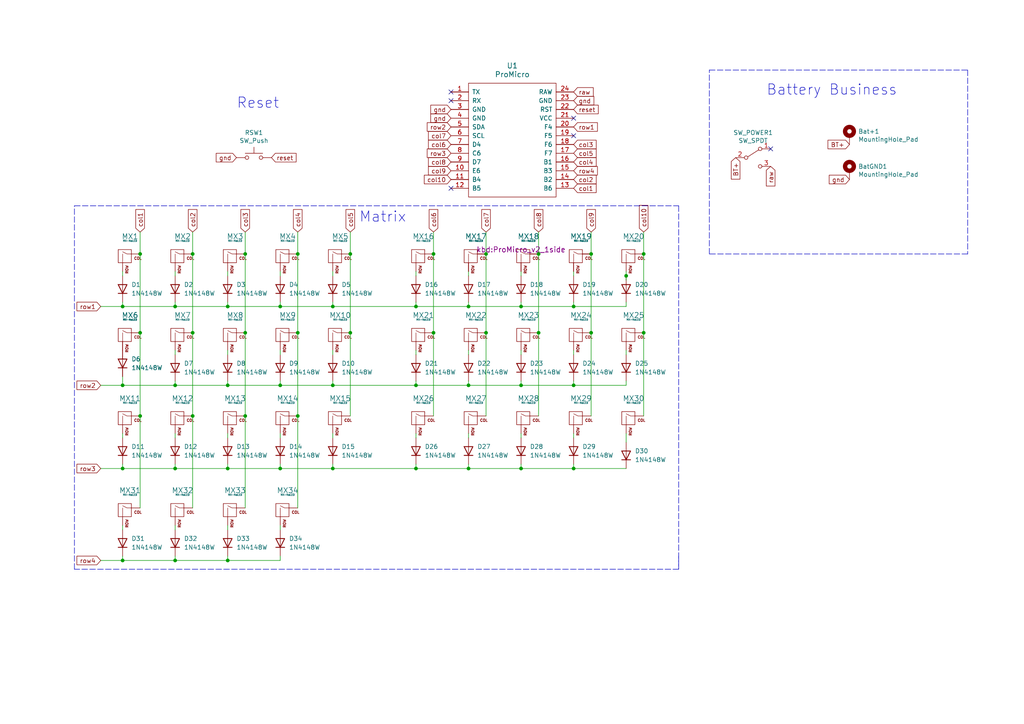
<source format=kicad_sch>
(kicad_sch (version 20211123) (generator eeschema)
  (paper "A4")
  (title_block (title "Sweep^2") (date "2022-06-20") (rev "0.2"))
  (lib_symbols
    (symbol "Diode:1N4148W" (pin_numbers hide) (pin_names (offset 1.016) hide)
      (property "Reference" "D" (at 0 2.54 0))
      (property "Value" "1N4148W" (at 0 -2.54 0))
      (symbol "1N4148W_0_1"
        (polyline (pts (xy -1.27 1.27) (xy -1.27 -1.27)) (stroke (width 0.254)))
        (polyline (pts (xy 1.27 0) (xy -1.27 0)))
        (polyline (pts (xy 1.27 1.27) (xy 1.27 -1.27) (xy -1.27 0) (xy 1.27 1.27)) (stroke (width 0.254)))
      )
      (symbol "1N4148W_1_1"
        (pin passive line (at -3.81 0 0) (length 2.54) (name "K") (number "1"))
        (pin passive line (at 3.81 0 180) (length 2.54) (name "A") (number "2"))
      )
    )
    (symbol "MX_Alps_Hybrid:MX-NoLED" (pin_names (offset 1.016))
      (property "Reference" "MX" (at -0.635 3.81 0))
      (property "Value" "MX-NoLED" (at -0.635 1.27 0))
      (symbol "MX-NoLED_0_0"
        (rectangle (start -2.54 2.54) (end 1.27 -1.27))
        (polyline (pts (xy -1.27 -1.27) (xy -1.27 1.27)) (stroke (width 0.127)))
        (polyline (pts (xy 1.27 1.27) (xy 0 1.27) (xy -1.27 1.905)) (stroke (width 0.127)))
        (text "COL" (at 3.175 0 0) (effects (font (size 0.762 0.762))))
        (text "ROW" (at 0 -1.905 900) (effects (font (size 0.762 0.762)) (justify right)))
      )
      (symbol "MX-NoLED_1_1"
        (pin passive line (at 3.81 1.27 180) (length 2.54) (name "COL") (number "1"))
        (pin passive line (at -1.27 -3.81 90) (length 2.54) (name "ROW") (number "2"))
      )
    )
    (symbol "Mechanical:MountingHole_Pad" (pin_numbers hide) (pin_names (offset 1.016) hide)
      (property "Reference" "H" (at 0 6.35 0))
      (property "Value" "MountingHole_Pad" (at 0 4.445 0))
      (symbol "MountingHole_Pad_0_1"
        (circle (center 0 1.27) (radius 1.27) (stroke (width 1.27)))
      )
      (symbol "MountingHole_Pad_1_1"
        (pin input line (at 0 -2.54 90) (length 2.54) (name "1") (number "1"))
      )
    )
    (symbol "Switch:SW_Push" (pin_numbers hide) (pin_names (offset 1.016) hide)
      (property "Reference" "SW" (at 1.27 2.54 0))
      (property "Value" "SW_Push" (at 0 -1.524 0))
      (symbol "SW_Push_0_1"
        (circle (center -2.032 0) (radius 0.508))
        (polyline (pts (xy 0 1.27) (xy 0 3.048)))
        (polyline (pts (xy 2.54 1.27) (xy -2.54 1.27)))
        (circle (center 2.032 0) (radius 0.508))
        (pin passive line (at -5.08 0 0) (length 2.54) (name "1") (number "1"))
        (pin passive line (at 5.08 0 180) (length 2.54) (name "2") (number "2"))
      )
    )
    (symbol "Switch:SW_SPDT" (pin_names (offset 0) hide)
      (property "Reference" "SW" (at 0 4.318 0))
      (property "Value" "SW_SPDT" (at 0 -5.08 0))
      (symbol "SW_SPDT_0_0"
        (circle (center -2.032 0) (radius 0.508))
        (circle (center 2.032 -2.54) (radius 0.508))
      )
      (symbol "SW_SPDT_0_1"
        (polyline (pts (xy -1.524 0.254) (xy 1.651 2.286)))
        (circle (center 2.032 2.54) (radius 0.508))
      )
      (symbol "SW_SPDT_1_1"
        (pin passive line (at 5.08 2.54 180) (length 2.54) (name "A") (number "1"))
        (pin passive line (at -5.08 0 0) (length 2.54) (name "B") (number "2"))
        (pin passive line (at 5.08 -2.54 180) (length 2.54) (name "C") (number "3"))
      )
    )
    (symbol "promicro:ProMicro" (pin_names (offset 1.016))
      (property "Reference" "U" (at 0 24.13 0))
      (property "Value" "ProMicro" (at 0 -13.97 0))
      (symbol "ProMicro_0_1"
        (rectangle (start -12.7 21.59) (end 12.7 -11.43))
      )
      (symbol "ProMicro_1_1"
        (pin bidirectional line (at -17.78 19.05 0) (length 5.08) (name "TX") (number "1"))
        (pin bidirectional line (at -17.78 -3.81 0) (length 5.08) (name "E6") (number "10"))
        (pin bidirectional line (at -17.78 -6.35 0) (length 5.08) (name "B4") (number "11"))
        (pin bidirectional line (at -17.78 -8.89 0) (length 5.08) (name "B5") (number "12"))
        (pin bidirectional line (at 17.78 -8.89 180) (length 5.08) (name "B6") (number "13"))
        (pin bidirectional line (at 17.78 -6.35 180) (length 5.08) (name "B2") (number "14"))
        (pin bidirectional line (at 17.78 -3.81 180) (length 5.08) (name "B3") (number "15"))
        (pin bidirectional line (at 17.78 -1.27 180) (length 5.08) (name "B1") (number "16"))
        (pin bidirectional line (at 17.78 1.27 180) (length 5.08) (name "F7") (number "17"))
        (pin bidirectional line (at 17.78 3.81 180) (length 5.08) (name "F6") (number "18"))
        (pin bidirectional line (at 17.78 6.35 180) (length 5.08) (name "F5") (number "19"))
        (pin bidirectional line (at -17.78 16.51 0) (length 5.08) (name "RX") (number "2"))
        (pin bidirectional line (at 17.78 8.89 180) (length 5.08) (name "F4") (number "20"))
        (pin power_in line (at 17.78 11.43 180) (length 5.08) (name "VCC") (number "21"))
        (pin input line (at 17.78 13.97 180) (length 5.08) (name "RST") (number "22"))
        (pin power_in line (at 17.78 16.51 180) (length 5.08) (name "GND") (number "23"))
        (pin power_out line (at 17.78 19.05 180) (length 5.08) (name "RAW") (number "24"))
        (pin power_in line (at -17.78 13.97 0) (length 5.08) (name "GND") (number "3"))
        (pin power_in line (at -17.78 11.43 0) (length 5.08) (name "GND") (number "4"))
        (pin bidirectional line (at -17.78 8.89 0) (length 5.08) (name "SDA") (number "5"))
        (pin bidirectional line (at -17.78 6.35 0) (length 5.08) (name "SCL") (number "6"))
        (pin bidirectional line (at -17.78 3.81 0) (length 5.08) (name "D4") (number "7"))
        (pin bidirectional line (at -17.78 1.27 0) (length 5.08) (name "C6") (number "8"))
        (pin bidirectional line (at -17.78 -1.27 0) (length 5.08) (name "D7") (number "9"))
      )
    )
  )
  (junction (at 120.65 88.9))
  (junction (at 101.6 96.52))
  (junction (at 171.45 96.52))
  (junction (at 125.73 96.52))
  (junction (at 135.89 88.9))
  (junction (at 96.52 88.9))
  (junction (at 40.64 120.65))
  (junction (at 71.12 96.52))
  (junction (at 186.69 73.66))
  (junction (at 66.04 135.89))
  (junction (at 40.64 96.52))
  (junction (at 181.61 80.01))
  (junction (at 151.13 111.76))
  (junction (at 50.8 162.56))
  (junction (at 55.88 96.52))
  (junction (at 120.65 111.76))
  (junction (at 186.69 96.52))
  (junction (at 50.8 135.89))
  (junction (at 50.8 111.76))
  (junction (at 81.28 111.76))
  (junction (at 125.73 73.66))
  (junction (at 86.36 120.65))
  (junction (at 135.89 111.76))
  (junction (at 66.04 111.76))
  (junction (at 55.88 73.66))
  (junction (at 71.12 120.65))
  (junction (at 135.89 135.89))
  (junction (at 35.56 162.56))
  (junction (at 166.37 88.9))
  (junction (at 35.56 111.76))
  (junction (at 96.52 135.89))
  (junction (at 71.12 73.66))
  (junction (at 166.37 111.76))
  (junction (at 140.97 96.52))
  (junction (at 81.28 88.9))
  (junction (at 40.64 73.66))
  (junction (at 171.45 73.66))
  (junction (at 35.56 135.89))
  (junction (at 66.04 88.9))
  (junction (at 86.36 73.66))
  (junction (at 96.52 111.76))
  (junction (at 120.65 135.89))
  (junction (at 166.37 135.89))
  (junction (at 101.6 73.66))
  (junction (at 156.21 96.52))
  (junction (at 140.97 73.66))
  (junction (at 50.8 88.9))
  (junction (at 156.21 73.66))
  (junction (at 81.28 135.89))
  (junction (at 151.13 88.9))
  (junction (at 66.04 162.56))
  (junction (at 86.36 96.52))
  (junction (at 55.88 120.65))
  (junction (at 35.56 88.9))
  (junction (at 151.13 135.89))
  (no_connect (at 223.52 43.18))
  (no_connect (at 166.37 34.29))
  (no_connect (at 166.37 39.37))
  (no_connect (at 130.81 54.61))
  (no_connect (at 130.81 26.67))
  (no_connect (at 130.81 29.21))
  (wire (pts (xy 40.64 120.65) (xy 40.64 147.32)))
  (polyline (pts (xy 280.67 73.66) (xy 205.74 73.66)))
  (wire (pts (xy 135.89 134.62) (xy 135.89 135.89)))
  (wire (pts (xy 66.04 87.63) (xy 66.04 88.9)))
  (wire (pts (xy 66.04 125.73) (xy 66.04 127)))
  (wire (pts (xy 81.28 161.29) (xy 81.28 162.56)))
  (wire (pts (xy 125.73 73.66) (xy 125.73 96.52)))
  (wire (pts (xy 86.36 67.31) (xy 86.36 73.66)))
  (wire (pts (xy 71.12 96.52) (xy 71.12 120.65)))
  (wire (pts (xy 35.56 111.76) (xy 50.8 111.76)))
  (wire (pts (xy 151.13 134.62) (xy 151.13 135.89)))
  (wire (pts (xy 35.56 125.73) (xy 35.56 127)))
  (wire (pts (xy 181.61 80.01) (xy 181.61 81.28)))
  (polyline (pts (xy 21.59 165.1) (xy 21.59 59.69)))
  (wire (pts (xy 86.36 120.65) (xy 86.36 147.32)))
  (wire (pts (xy 120.65 134.62) (xy 120.65 135.89)))
  (wire (pts (xy 29.21 162.56) (xy 35.56 162.56)))
  (wire (pts (xy 96.52 110.49) (xy 96.52 111.76)))
  (wire (pts (xy 156.21 96.52) (xy 156.21 120.65)))
  (wire (pts (xy 50.8 110.49) (xy 50.8 111.76)))
  (wire (pts (xy 81.28 162.56) (xy 66.04 162.56)))
  (wire (pts (xy 101.6 96.52) (xy 101.6 120.65)))
  (wire (pts (xy 140.97 67.31) (xy 140.97 73.66)))
  (wire (pts (xy 120.65 87.63) (xy 120.65 88.9)))
  (wire (pts (xy 171.45 73.66) (xy 171.45 96.52)))
  (wire (pts (xy 55.88 67.31) (xy 55.88 73.66)))
  (wire (pts (xy 120.65 110.49) (xy 120.65 111.76)))
  (wire (pts (xy 35.56 152.4) (xy 35.56 153.67)))
  (wire (pts (xy 66.04 152.4) (xy 66.04 153.67)))
  (wire (pts (xy 71.12 120.65) (xy 71.12 147.32)))
  (wire (pts (xy 171.45 96.52) (xy 171.45 120.65)))
  (wire (pts (xy 166.37 78.74) (xy 166.37 80.01)))
  (wire (pts (xy 135.89 101.6) (xy 135.89 102.87)))
  (wire (pts (xy 96.52 134.62) (xy 96.52 135.89)))
  (polyline (pts (xy 196.85 161.29) (xy 196.85 165.1)))
  (wire (pts (xy 120.65 111.76) (xy 135.89 111.76)))
  (wire (pts (xy 120.65 88.9) (xy 135.89 88.9)))
  (wire (pts (xy 135.89 87.63) (xy 135.89 88.9)))
  (wire (pts (xy 35.56 109.22) (xy 35.56 111.76)))
  (polyline (pts (xy 205.74 73.66) (xy 205.74 20.32)))
  (polyline (pts (xy 280.67 20.32) (xy 280.67 73.66)))
  (wire (pts (xy 186.69 73.66) (xy 186.69 96.52)))
  (wire (pts (xy 55.88 96.52) (xy 55.88 120.65)))
  (wire (pts (xy 151.13 88.9) (xy 166.37 88.9)))
  (wire (pts (xy 120.65 78.74) (xy 120.65 80.01)))
  (wire (pts (xy 125.73 67.31) (xy 125.73 73.66)))
  (wire (pts (xy 181.61 101.6) (xy 181.61 102.87)))
  (wire (pts (xy 66.04 111.76) (xy 81.28 111.76)))
  (wire (pts (xy 151.13 78.74) (xy 151.13 80.01)))
  (wire (pts (xy 40.64 73.66) (xy 40.64 96.52)))
  (wire (pts (xy 35.56 78.74) (xy 35.56 80.01)))
  (wire (pts (xy 35.56 87.63) (xy 35.56 88.9)))
  (wire (pts (xy 50.8 125.73) (xy 50.8 127)))
  (wire (pts (xy 120.65 125.73) (xy 120.65 127)))
  (wire (pts (xy 96.52 101.6) (xy 96.52 102.87)))
  (wire (pts (xy 151.13 101.6) (xy 151.13 102.87)))
  (wire (pts (xy 81.28 78.74) (xy 81.28 80.01)))
  (wire (pts (xy 151.13 87.63) (xy 151.13 88.9)))
  (wire (pts (xy 96.52 135.89) (xy 120.65 135.89)))
  (wire (pts (xy 81.28 110.49) (xy 81.28 111.76)))
  (wire (pts (xy 181.61 87.63) (xy 181.61 88.9)))
  (wire (pts (xy 181.61 78.74) (xy 181.61 80.01)))
  (wire (pts (xy 50.8 111.76) (xy 66.04 111.76)))
  (wire (pts (xy 35.56 88.9) (xy 50.8 88.9)))
  (wire (pts (xy 50.8 135.89) (xy 66.04 135.89)))
  (wire (pts (xy 151.13 135.89) (xy 166.37 135.89)))
  (wire (pts (xy 66.04 78.74) (xy 66.04 80.01)))
  (wire (pts (xy 35.56 162.56) (xy 50.8 162.56)))
  (wire (pts (xy 40.64 96.52) (xy 40.64 120.65)))
  (wire (pts (xy 66.04 134.62) (xy 66.04 135.89)))
  (wire (pts (xy 81.28 134.62) (xy 81.28 135.89)))
  (wire (pts (xy 181.61 110.49) (xy 181.61 111.76)))
  (wire (pts (xy 81.28 152.4) (xy 81.28 153.67)))
  (wire (pts (xy 166.37 125.73) (xy 166.37 127)))
  (wire (pts (xy 166.37 87.63) (xy 166.37 88.9)))
  (wire (pts (xy 81.28 101.6) (xy 81.28 102.87)))
  (wire (pts (xy 135.89 135.89) (xy 151.13 135.89)))
  (wire (pts (xy 50.8 134.62) (xy 50.8 135.89)))
  (wire (pts (xy 186.69 67.31) (xy 186.69 73.66)))
  (polyline (pts (xy 21.59 59.69) (xy 196.85 59.69)))
  (wire (pts (xy 166.37 135.89) (xy 181.61 135.89)))
  (wire (pts (xy 151.13 125.73) (xy 151.13 127)))
  (wire (pts (xy 96.52 111.76) (xy 120.65 111.76)))
  (wire (pts (xy 96.52 88.9) (xy 120.65 88.9)))
  (wire (pts (xy 171.45 67.31) (xy 171.45 73.66)))
  (wire (pts (xy 35.56 134.62) (xy 35.56 135.89)))
  (wire (pts (xy 125.73 96.52) (xy 125.73 120.65)))
  (wire (pts (xy 166.37 134.62) (xy 166.37 135.89)))
  (wire (pts (xy 140.97 96.52) (xy 140.97 120.65)))
  (polyline (pts (xy 196.85 165.1) (xy 21.59 165.1)))
  (wire (pts (xy 50.8 88.9) (xy 66.04 88.9)))
  (wire (pts (xy 71.12 67.31) (xy 71.12 73.66)))
  (wire (pts (xy 35.56 135.89) (xy 50.8 135.89)))
  (wire (pts (xy 81.28 111.76) (xy 96.52 111.76)))
  (polyline (pts (xy 196.85 59.69) (xy 196.85 165.1)))
  (wire (pts (xy 55.88 73.66) (xy 55.88 96.52)))
  (wire (pts (xy 151.13 111.76) (xy 166.37 111.76)))
  (wire (pts (xy 29.21 111.76) (xy 35.56 111.76)))
  (wire (pts (xy 186.69 96.52) (xy 186.69 120.65)))
  (wire (pts (xy 96.52 87.63) (xy 96.52 88.9)))
  (wire (pts (xy 40.64 67.31) (xy 40.64 73.66)))
  (wire (pts (xy 181.61 125.73) (xy 181.61 128.27)))
  (wire (pts (xy 50.8 152.4) (xy 50.8 153.67)))
  (wire (pts (xy 135.89 88.9) (xy 151.13 88.9)))
  (wire (pts (xy 81.28 87.63) (xy 81.28 88.9)))
  (wire (pts (xy 120.65 101.6) (xy 120.65 102.87)))
  (wire (pts (xy 156.21 73.66) (xy 156.21 96.52)))
  (wire (pts (xy 50.8 101.6) (xy 50.8 102.87)))
  (wire (pts (xy 96.52 125.73) (xy 96.52 127)))
  (wire (pts (xy 156.21 67.31) (xy 156.21 73.66)))
  (wire (pts (xy 66.04 110.49) (xy 66.04 111.76)))
  (wire (pts (xy 50.8 78.74) (xy 50.8 80.01)))
  (wire (pts (xy 151.13 110.49) (xy 151.13 111.76)))
  (wire (pts (xy 81.28 88.9) (xy 96.52 88.9)))
  (wire (pts (xy 35.56 161.29) (xy 35.56 162.56)))
  (wire (pts (xy 96.52 78.74) (xy 96.52 80.01)))
  (wire (pts (xy 29.21 135.89) (xy 35.56 135.89)))
  (wire (pts (xy 135.89 78.74) (xy 135.89 80.01)))
  (wire (pts (xy 71.12 73.66) (xy 71.12 96.52)))
  (wire (pts (xy 50.8 87.63) (xy 50.8 88.9)))
  (wire (pts (xy 101.6 73.66) (xy 101.6 96.52)))
  (wire (pts (xy 135.89 110.49) (xy 135.89 111.76)))
  (wire (pts (xy 50.8 161.29) (xy 50.8 162.56)))
  (wire (pts (xy 140.97 73.66) (xy 140.97 96.52)))
  (wire (pts (xy 66.04 161.29) (xy 66.04 162.56)))
  (wire (pts (xy 81.28 125.73) (xy 81.28 127)))
  (wire (pts (xy 120.65 135.89) (xy 135.89 135.89)))
  (wire (pts (xy 50.8 162.56) (xy 66.04 162.56)))
  (wire (pts (xy 66.04 101.6) (xy 66.04 102.87)))
  (wire (pts (xy 166.37 101.6) (xy 166.37 102.87)))
  (wire (pts (xy 181.61 111.76) (xy 166.37 111.76)))
  (wire (pts (xy 101.6 67.31) (xy 101.6 73.66)))
  (wire (pts (xy 29.21 88.9) (xy 35.56 88.9)))
  (wire (pts (xy 166.37 110.49) (xy 166.37 111.76)))
  (wire (pts (xy 135.89 111.76) (xy 151.13 111.76)))
  (wire (pts (xy 86.36 73.66) (xy 86.36 96.52)))
  (wire (pts (xy 86.36 96.52) (xy 86.36 120.65)))
  (wire (pts (xy 166.37 88.9) (xy 181.61 88.9)))
  (polyline (pts (xy 205.74 20.32) (xy 280.67 20.32)))
  (wire (pts (xy 81.28 135.89) (xy 96.52 135.89)))
  (wire (pts (xy 66.04 88.9) (xy 81.28 88.9)))
  (wire (pts (xy 66.04 135.89) (xy 81.28 135.89)))
  (wire (pts (xy 55.88 120.65) (xy 55.88 147.32)))
  (wire (pts (xy 135.89 125.73) (xy 135.89 127)))
  (text "Reset" (at 68.58 31.75 0) (effects (font (size 2.9972 2.9972)) (justify left bottom)))
  (text "Matrix\n" (at 104.14 64.77 0) (effects (font (size 2.9972 2.9972)) (justify left bottom)))
  (text "Battery Business" (at 222.25 27.94 0) (effects (font (size 2.9972 2.9972)) (justify left bottom)))
  (global_label "BT+" (shape input) (at 246.38 41.91 180) (property "Intersheet References" "${INTERSHEET_REFS}" (effects hide)))
  (global_label "col8" (shape input) (at 156.21 67.31 90) (property "Intersheet References" "${INTERSHEET_REFS}" (effects hide)))
  (global_label "gnd" (shape input) (at 130.81 31.75 180) (property "Intersheet References" "${INTERSHEET_REFS}" (effects hide)))
  (global_label "col9" (shape input) (at 171.45 67.31 90) (property "Intersheet References" "${INTERSHEET_REFS}" (effects hide)))
  (global_label "col6" (shape input) (at 130.81 41.91 180) (property "Intersheet References" "${INTERSHEET_REFS}" (effects hide)))
  (global_label "col2" (shape input) (at 166.37 52.07 0) (property "Intersheet References" "${INTERSHEET_REFS}" (effects hide)))
  (global_label "row4" (shape input) (at 29.21 162.56 180) (property "Intersheet References" "${INTERSHEET_REFS}" (effects hide)))
  (global_label "row1" (shape input) (at 29.21 88.9 180) (property "Intersheet References" "${INTERSHEET_REFS}" (effects hide)))
  (global_label "col4" (shape input) (at 166.37 46.99 0) (property "Intersheet References" "${INTERSHEET_REFS}" (effects hide)))
  (global_label "col1" (shape input) (at 166.37 54.61 0) (property "Intersheet References" "${INTERSHEET_REFS}" (effects hide)))
  (global_label "row2" (shape input) (at 130.81 36.83 180) (property "Intersheet References" "${INTERSHEET_REFS}" (effects hide)))
  (global_label "col9" (shape input) (at 130.81 49.53 180) (property "Intersheet References" "${INTERSHEET_REFS}" (effects hide)))
  (global_label "col7" (shape input) (at 140.97 67.31 90) (property "Intersheet References" "${INTERSHEET_REFS}" (effects hide)))
  (global_label "reset" (shape input) (at 166.37 31.75 0) (property "Intersheet References" "${INTERSHEET_REFS}" (effects hide)))
  (global_label "reset" (shape input) (at 78.74 45.72 0) (property "Intersheet References" "${INTERSHEET_REFS}" (effects hide)))
  (global_label "col8" (shape input) (at 130.81 46.99 180) (property "Intersheet References" "${INTERSHEET_REFS}" (effects hide)))
  (global_label "raw" (shape input) (at 223.52 48.26 270) (property "Intersheet References" "${INTERSHEET_REFS}" (effects hide)))
  (global_label "gnd" (shape input) (at 246.38 52.07 180) (property "Intersheet References" "${INTERSHEET_REFS}" (effects hide)))
  (global_label "row1" (shape input) (at 166.37 36.83 0) (property "Intersheet References" "${INTERSHEET_REFS}" (effects hide)))
  (global_label "col10" (shape input) (at 130.81 52.07 180) (property "Intersheet References" "${INTERSHEET_REFS}" (effects hide)))
  (global_label "col3" (shape input) (at 71.12 67.31 90) (property "Intersheet References" "${INTERSHEET_REFS}" (effects hide)))
  (global_label "col2" (shape input) (at 55.88 67.31 90) (property "Intersheet References" "${INTERSHEET_REFS}" (effects hide)))
  (global_label "row2" (shape input) (at 29.21 111.76 180) (property "Intersheet References" "${INTERSHEET_REFS}" (effects hide)))
  (global_label "row4" (shape input) (at 166.37 49.53 0) (property "Intersheet References" "${INTERSHEET_REFS}" (effects hide)))
  (global_label "col7" (shape input) (at 130.81 39.37 180) (property "Intersheet References" "${INTERSHEET_REFS}" (effects hide)))
  (global_label "gnd" (shape input) (at 130.81 34.29 180) (property "Intersheet References" "${INTERSHEET_REFS}" (effects hide)))
  (global_label "col6" (shape input) (at 125.73 67.31 90) (property "Intersheet References" "${INTERSHEET_REFS}" (effects hide)))
  (global_label "col4" (shape input) (at 86.36 67.31 90) (property "Intersheet References" "${INTERSHEET_REFS}" (effects hide)))
  (global_label "col1" (shape input) (at 40.64 67.31 90) (property "Intersheet References" "${INTERSHEET_REFS}" (effects hide)))
  (global_label "col3" (shape input) (at 166.37 41.91 0) (property "Intersheet References" "${INTERSHEET_REFS}" (effects hide)))
  (global_label "row3" (shape input) (at 130.81 44.45 180) (property "Intersheet References" "${INTERSHEET_REFS}" (effects hide)))
  (global_label "col10" (shape input) (at 186.69 67.31 90) (property "Intersheet References" "${INTERSHEET_REFS}" (effects hide)))
  (global_label "col5" (shape input) (at 101.6 67.31 90) (property "Intersheet References" "${INTERSHEET_REFS}" (effects hide)))
  (global_label "row3" (shape input) (at 29.21 135.89 180) (property "Intersheet References" "${INTERSHEET_REFS}" (effects hide)))
  (global_label "BT+" (shape input) (at 213.36 45.72 270) (property "Intersheet References" "${INTERSHEET_REFS}" (effects hide)))
  (global_label "gnd" (shape input) (at 68.58 45.72 180) (property "Intersheet References" "${INTERSHEET_REFS}" (effects hide)))
  (global_label "raw" (shape input) (at 166.37 26.67 0) (property "Intersheet References" "${INTERSHEET_REFS}" (effects hide)))
  (global_label "gnd" (shape input) (at 166.37 29.21 0) (property "Intersheet References" "${INTERSHEET_REFS}" (effects hide)))
  (global_label "col5" (shape input) (at 166.37 44.45 0) (property "Intersheet References" "${INTERSHEET_REFS}" (effects hide)))
  (symbol (lib_id "Mechanical:MountingHole_Pad") (at 246.38 39.37 0) (unit 1)
    (property "Reference" "Bat+1" (at 248.92 38.1254 0) (effects (justify left)))
    (property "Value" "MountingHole_Pad" (at 248.92 40.4368 0) (effects (justify left)))
    (property "Footprint" "kbd:1pin_conn" (effects hide))
  )
  (symbol (lib_id "Mechanical:MountingHole_Pad") (at 246.38 49.53 0) (unit 1)
    (property "Reference" "BatGND1" (at 248.92 48.2854 0) (effects (justify left)))
    (property "Value" "MountingHole_Pad" (at 248.92 50.5968 0) (effects (justify left)))
    (property "Footprint" "kbd:1pin_conn" (effects hide))
  )
  (symbol (lib_id "promicro:ProMicro") (at 148.59 45.72 0) (unit 1)
    (property "Reference" "U1" (at 148.59 19.05 0) (effects (font (size 1.524 1.524))))
    (property "Value" "ProMicro" (at 148.59 21.59 0) (effects (font (size 1.524 1.524))))
    (property "Footprint" "kbd:ProMicro_v2_1side" (at 151.13 72.39 0) (effects (font (size 1.524 1.524))))
  )
  (symbol (lib_id "Switch:SW_Push") (at 73.66 45.72 0) (unit 1)
    (property "Reference" "RSW1" (at 73.66 38.481 0))
    (property "Value" "SW_Push" (at 73.66 40.7924 0))
    (property "Footprint" "kbd:ResetSW" (effects hide))
  )
  (symbol (lib_id "Switch:SW_SPDT") (at 218.44 45.72 0) (unit 1)
    (property "Reference" "SW_POWER1" (at 218.44 38.481 0))
    (property "Value" "SW_SPDT" (at 218.44 40.7924 0))
    (property "Footprint" "sweep-Kicad-Footprints-main:SPDT_C128955" (effects hide))
  )
  (symbol (lib_id "Diode:1N4148W") (at 81.28 130.81 90) (unit 1)
    (property "Reference" "D14" (at 83.82 129.5399 90) (effects (justify right)))
    (property "Value" "1N4148W" (at 83.82 132.0799 90) (effects (justify right)))
    (property "Footprint" "Diode_SMD:D_SOD-123" (effects hide))
    (property "Datasheet" "https://www.vishay.com/docs/85748/1n4148w.pdf" (effects hide))
  )
  (symbol (lib_id "Diode:1N4148W") (at 66.04 106.68 90) (unit 1)
    (property "Reference" "D8" (at 68.58 105.4099 90) (effects (justify right)))
    (property "Value" "1N4148W" (at 68.58 107.9499 90) (effects (justify right)))
    (property "Footprint" "Diode_SMD:D_SOD-123" (effects hide))
    (property "Datasheet" "https://www.vishay.com/docs/85748/1n4148w.pdf" (effects hide))
  )
  (symbol (lib_id "Diode:1N4148W") (at 181.61 132.08 90) (unit 1)
    (property "Reference" "D30" (at 184.15 130.8099 90) (effects (justify right)))
    (property "Value" "1N4148W" (at 184.15 133.3499 90) (effects (justify right)))
    (property "Footprint" "Diode_SMD:D_SOD-123" (effects hide))
    (property "Datasheet" "https://www.vishay.com/docs/85748/1n4148w.pdf" (effects hide))
  )
  (symbol (lib_id "Diode:1N4148W") (at 120.65 106.68 90) (unit 1)
    (property "Reference" "D21" (at 123.19 105.4099 90) (effects (justify right)))
    (property "Value" "1N4148W" (at 123.19 107.9499 90) (effects (justify right)))
    (property "Footprint" "Diode_SMD:D_SOD-123" (effects hide))
    (property "Datasheet" "https://www.vishay.com/docs/85748/1n4148w.pdf" (effects hide))
  )
  (symbol (lib_id "Diode:1N4148W") (at 96.52 106.68 90) (unit 1)
    (property "Reference" "D10" (at 99.06 105.4099 90) (effects (justify right)))
    (property "Value" "1N4148W" (at 99.06 107.9499 90) (effects (justify right)))
    (property "Footprint" "Diode_SMD:D_SOD-123" (effects hide))
    (property "Datasheet" "https://www.vishay.com/docs/85748/1n4148w.pdf" (effects hide))
  )
  (symbol (lib_id "Diode:1N4148W") (at 181.61 83.82 90) (unit 1)
    (property "Reference" "D20" (at 184.15 82.5499 90) (effects (justify right)))
    (property "Value" "1N4148W" (at 184.15 85.0899 90) (effects (justify right)))
    (property "Footprint" "Diode_SMD:D_SOD-123" (effects hide))
    (property "Datasheet" "https://www.vishay.com/docs/85748/1n4148w.pdf" (effects hide))
  )
  (symbol (lib_id "MX_Alps_Hybrid:MX-NoLED") (at 167.64 74.93 0) (unit 1)
    (property "Reference" "MX19" (at 168.5256 68.58 0) (effects (font (size 1.524 1.524))))
    (property "Value" "MX-NoLED" (at 168.5256 69.85 0) (effects (font (size 0.508 0.508))))
    (property "Footprint" "sweep-Kicad-Footprints-main:SW_PG1350_single_b2" (effects hide))
  )
  (symbol (lib_id "MX_Alps_Hybrid:MX-NoLED") (at 137.16 121.92 0) (unit 1)
    (property "Reference" "MX27" (at 138.0456 115.57 0) (effects (font (size 1.524 1.524))))
    (property "Value" "MX-NoLED" (at 138.0456 116.84 0) (effects (font (size 0.508 0.508))))
    (property "Footprint" "sweep-Kicad-Footprints-main:SW_PG1350_single_b2" (effects hide))
  )
  (symbol (lib_id "Diode:1N4148W") (at 135.89 106.68 90) (unit 1)
    (property "Reference" "D22" (at 138.43 105.4099 90) (effects (justify right)))
    (property "Value" "1N4148W" (at 138.43 107.9499 90) (effects (justify right)))
    (property "Footprint" "Diode_SMD:D_SOD-123" (effects hide))
    (property "Datasheet" "https://www.vishay.com/docs/85748/1n4148w.pdf" (effects hide))
  )
  (symbol (lib_id "MX_Alps_Hybrid:MX-NoLED") (at 97.79 74.93 0) (unit 1)
    (property "Reference" "MX5" (at 98.6756 68.58 0) (effects (font (size 1.524 1.524))))
    (property "Value" "MX-NoLED" (at 98.6756 69.85 0) (effects (font (size 0.508 0.508))))
    (property "Footprint" "sweep-Kicad-Footprints-main:SW_PG1350_single_b2" (effects hide))
  )
  (symbol (lib_id "MX_Alps_Hybrid:MX-NoLED") (at 67.31 148.59 0) (unit 1)
    (property "Reference" "MX33" (at 68.1956 142.24 0) (effects (font (size 1.524 1.524))))
    (property "Value" "MX-NoLED" (at 68.1956 143.51 0) (effects (font (size 0.508 0.508))))
    (property "Footprint" "sweep-Kicad-Footprints-main:SW_PG1350_single_b2" (effects hide))
  )
  (symbol (lib_id "Diode:1N4148W") (at 120.65 130.81 90) (unit 1)
    (property "Reference" "D26" (at 123.19 129.5399 90) (effects (justify right)))
    (property "Value" "1N4148W" (at 123.19 132.0799 90) (effects (justify right)))
    (property "Footprint" "Diode_SMD:D_SOD-123" (effects hide))
    (property "Datasheet" "https://www.vishay.com/docs/85748/1n4148w.pdf" (effects hide))
  )
  (symbol (lib_id "MX_Alps_Hybrid:MX-NoLED") (at 52.07 148.59 0) (unit 1)
    (property "Reference" "MX32" (at 52.9556 142.24 0) (effects (font (size 1.524 1.524))))
    (property "Value" "MX-NoLED" (at 52.9556 143.51 0) (effects (font (size 0.508 0.508))))
    (property "Footprint" "sweep-Kicad-Footprints-main:SW_PG1350_single_b2" (effects hide))
  )
  (symbol (lib_id "Diode:1N4148W") (at 166.37 83.82 90) (unit 1)
    (property "Reference" "D19" (at 168.91 82.5499 90) (effects (justify right)))
    (property "Value" "1N4148W" (at 168.91 85.0899 90) (effects (justify right)))
    (property "Footprint" "Diode_SMD:D_SOD-123" (effects hide))
    (property "Datasheet" "https://www.vishay.com/docs/85748/1n4148w.pdf" (effects hide))
  )
  (symbol (lib_id "MX_Alps_Hybrid:MX-NoLED") (at 121.92 97.79 0) (unit 1)
    (property "Reference" "MX21" (at 122.8056 91.44 0) (effects (font (size 1.524 1.524))))
    (property "Value" "MX-NoLED" (at 122.8056 92.71 0) (effects (font (size 0.508 0.508))))
    (property "Footprint" "sweep-Kicad-Footprints-main:SW_PG1350_single_b2" (effects hide))
  )
  (symbol (lib_id "MX_Alps_Hybrid:MX-NoLED") (at 152.4 97.79 0) (unit 1)
    (property "Reference" "MX23" (at 153.2856 91.44 0) (effects (font (size 1.524 1.524))))
    (property "Value" "MX-NoLED" (at 153.2856 92.71 0) (effects (font (size 0.508 0.508))))
    (property "Footprint" "sweep-Kicad-Footprints-main:SW_PG1350_single_b2" (effects hide))
  )
  (symbol (lib_id "MX_Alps_Hybrid:MX-NoLED") (at 121.92 121.92 0) (unit 1)
    (property "Reference" "MX26" (at 122.8056 115.57 0) (effects (font (size 1.524 1.524))))
    (property "Value" "MX-NoLED" (at 122.8056 116.84 0) (effects (font (size 0.508 0.508))))
    (property "Footprint" "sweep-Kicad-Footprints-main:SW_PG1350_single_b2" (effects hide))
  )
  (symbol (lib_id "MX_Alps_Hybrid:MX-NoLED") (at 97.79 97.79 0) (unit 1)
    (property "Reference" "MX10" (at 98.6756 91.44 0) (effects (font (size 1.524 1.524))))
    (property "Value" "MX-NoLED" (at 98.6756 92.71 0) (effects (font (size 0.508 0.508))))
    (property "Footprint" "sweep-Kicad-Footprints-main:SW_PG1350_single_b2" (effects hide))
  )
  (symbol (lib_id "MX_Alps_Hybrid:MX-NoLED") (at 137.16 97.79 0) (unit 1)
    (property "Reference" "MX22" (at 138.0456 91.44 0) (effects (font (size 1.524 1.524))))
    (property "Value" "MX-NoLED" (at 138.0456 92.71 0) (effects (font (size 0.508 0.508))))
    (property "Footprint" "sweep-Kicad-Footprints-main:SW_PG1350_single_b2" (effects hide))
  )
  (symbol (lib_id "MX_Alps_Hybrid:MX-NoLED") (at 82.55 148.59 0) (unit 1)
    (property "Reference" "MX34" (at 83.4356 142.24 0) (effects (font (size 1.524 1.524))))
    (property "Value" "MX-NoLED" (at 83.4356 143.51 0) (effects (font (size 0.508 0.508))))
    (property "Footprint" "sweep-Kicad-Footprints-main:SW_PG1350_single_b2" (effects hide))
  )
  (symbol (lib_id "MX_Alps_Hybrid:MX-NoLED") (at 152.4 121.92 0) (unit 1)
    (property "Reference" "MX28" (at 153.2856 115.57 0) (effects (font (size 1.524 1.524))))
    (property "Value" "MX-NoLED" (at 153.2856 116.84 0) (effects (font (size 0.508 0.508))))
    (property "Footprint" "sweep-Kicad-Footprints-main:SW_PG1350_single_b2" (effects hide))
  )
  (symbol (lib_id "Diode:1N4148W") (at 96.52 83.82 90) (unit 1)
    (property "Reference" "D5" (at 99.06 82.5499 90) (effects (justify right)))
    (property "Value" "1N4148W" (at 99.06 85.0899 90) (effects (justify right)))
    (property "Footprint" "Diode_SMD:D_SOD-123" (effects hide))
    (property "Datasheet" "https://www.vishay.com/docs/85748/1n4148w.pdf" (effects hide))
  )
  (symbol (lib_id "MX_Alps_Hybrid:MX-NoLED") (at 82.55 97.79 0) (unit 1)
    (property "Reference" "MX9" (at 83.4356 91.44 0) (effects (font (size 1.524 1.524))))
    (property "Value" "MX-NoLED" (at 83.4356 92.71 0) (effects (font (size 0.508 0.508))))
    (property "Footprint" "sweep-Kicad-Footprints-main:SW_PG1350_single_b2" (effects hide))
  )
  (symbol (lib_id "Diode:1N4148W") (at 166.37 130.81 90) (unit 1)
    (property "Reference" "D29" (at 168.91 129.5399 90) (effects (justify right)))
    (property "Value" "1N4148W" (at 168.91 132.0799 90) (effects (justify right)))
    (property "Footprint" "Diode_SMD:D_SOD-123" (effects hide))
    (property "Datasheet" "https://www.vishay.com/docs/85748/1n4148w.pdf" (effects hide))
  )
  (symbol (lib_id "MX_Alps_Hybrid:MX-NoLED") (at 67.31 97.79 0) (unit 1)
    (property "Reference" "MX8" (at 68.1956 91.44 0) (effects (font (size 1.524 1.524))))
    (property "Value" "MX-NoLED" (at 68.1956 92.71 0) (effects (font (size 0.508 0.508))))
    (property "Footprint" "sweep-Kicad-Footprints-main:SW_PG1350_single_b2" (effects hide))
  )
  (symbol (lib_id "Diode:1N4148W") (at 35.56 130.81 90) (unit 1)
    (property "Reference" "D11" (at 38.1 129.5399 90) (effects (justify right)))
    (property "Value" "1N4148W" (at 38.1 132.0799 90) (effects (justify right)))
    (property "Footprint" "Diode_SMD:D_SOD-123" (effects hide))
    (property "Datasheet" "https://www.vishay.com/docs/85748/1n4148w.pdf" (effects hide))
  )
  (symbol (lib_id "Diode:1N4148W") (at 120.65 83.82 90) (unit 1)
    (property "Reference" "D16" (at 123.19 82.5499 90) (effects (justify right)))
    (property "Value" "1N4148W" (at 123.19 85.0899 90) (effects (justify right)))
    (property "Footprint" "Diode_SMD:D_SOD-123" (effects hide))
    (property "Datasheet" "https://www.vishay.com/docs/85748/1n4148w.pdf" (effects hide))
  )
  (symbol (lib_id "Diode:1N4148W") (at 135.89 83.82 90) (unit 1)
    (property "Reference" "D17" (at 138.43 82.5499 90) (effects (justify right)))
    (property "Value" "1N4148W" (at 138.43 85.0899 90) (effects (justify right)))
    (property "Footprint" "Diode_SMD:D_SOD-123" (effects hide))
    (property "Datasheet" "https://www.vishay.com/docs/85748/1n4148w.pdf" (effects hide))
  )
  (symbol (lib_id "MX_Alps_Hybrid:MX-NoLED") (at 67.31 121.92 0) (unit 1)
    (property "Reference" "MX13" (at 68.1956 115.57 0) (effects (font (size 1.524 1.524))))
    (property "Value" "MX-NoLED" (at 68.1956 116.84 0) (effects (font (size 0.508 0.508))))
    (property "Footprint" "sweep-Kicad-Footprints-main:SW_PG1350_single_b2" (effects hide))
  )
  (symbol (lib_id "MX_Alps_Hybrid:MX-NoLED") (at 36.83 97.79 0) (unit 1)
    (property "Reference" "MX6" (at 37.7156 91.44 0) (effects (font (size 1.524 1.524))))
    (property "Value" "MX-NoLED" (at 37.7156 92.71 0) (effects (font (size 0.508 0.508))))
    (property "Footprint" "sweep-Kicad-Footprints-main:SW_PG1350_single_b2" (effects hide))
  )
  (symbol (lib_id "MX_Alps_Hybrid:MX-NoLED") (at 182.88 121.92 0) (unit 1)
    (property "Reference" "MX30" (at 183.7656 115.57 0) (effects (font (size 1.524 1.524))))
    (property "Value" "MX-NoLED" (at 183.7656 116.84 0) (effects (font (size 0.508 0.508))))
    (property "Footprint" "sweep-Kicad-Footprints-main:SW_PG1350_single_b2" (effects hide))
  )
  (symbol (lib_id "MX_Alps_Hybrid:MX-NoLED") (at 52.07 97.79 0) (unit 1)
    (property "Reference" "MX7" (at 52.9556 91.44 0) (effects (font (size 1.524 1.524))))
    (property "Value" "MX-NoLED" (at 52.9556 92.71 0) (effects (font (size 0.508 0.508))))
    (property "Footprint" "sweep-Kicad-Footprints-main:SW_PG1350_single_b2" (effects hide))
  )
  (symbol (lib_id "MX_Alps_Hybrid:MX-NoLED") (at 36.83 74.93 0) (unit 1)
    (property "Reference" "MX1" (at 37.7156 68.58 0) (effects (font (size 1.524 1.524))))
    (property "Value" "MX-NoLED" (at 37.7156 69.85 0) (effects (font (size 0.508 0.508))))
    (property "Footprint" "sweep-Kicad-Footprints-main:SW_PG1350_single_b2" (effects hide))
  )
  (symbol (lib_id "Diode:1N4148W") (at 50.8 83.82 90) (unit 1)
    (property "Reference" "D2" (at 53.34 82.5499 90) (effects (justify right)))
    (property "Value" "1N4148W" (at 53.34 85.0899 90) (effects (justify right)))
    (property "Footprint" "Diode_SMD:D_SOD-123" (effects hide))
    (property "Datasheet" "https://www.vishay.com/docs/85748/1n4148w.pdf" (effects hide))
  )
  (symbol (lib_id "MX_Alps_Hybrid:MX-NoLED") (at 67.31 74.93 0) (unit 1)
    (property "Reference" "MX3" (at 68.1956 68.58 0) (effects (font (size 1.524 1.524))))
    (property "Value" "MX-NoLED" (at 68.1956 69.85 0) (effects (font (size 0.508 0.508))))
    (property "Footprint" "sweep-Kicad-Footprints-main:SW_PG1350_single_b2" (effects hide))
  )
  (symbol (lib_id "Diode:1N4148W") (at 35.56 157.48 90) (unit 1)
    (property "Reference" "D31" (at 38.1 156.2099 90) (effects (justify right)))
    (property "Value" "1N4148W" (at 38.1 158.7499 90) (effects (justify right)))
    (property "Footprint" "Diode_SMD:D_SOD-123" (effects hide))
    (property "Datasheet" "https://www.vishay.com/docs/85748/1n4148w.pdf" (effects hide))
  )
  (symbol (lib_id "MX_Alps_Hybrid:MX-NoLED") (at 36.83 121.92 0) (unit 1)
    (property "Reference" "MX11" (at 37.7156 115.57 0) (effects (font (size 1.524 1.524))))
    (property "Value" "MX-NoLED" (at 37.7156 116.84 0) (effects (font (size 0.508 0.508))))
    (property "Footprint" "sweep-Kicad-Footprints-main:SW_PG1350_single_b2" (effects hide))
  )
  (symbol (lib_id "Diode:1N4148W") (at 81.28 157.48 90) (unit 1)
    (property "Reference" "D34" (at 83.82 156.2099 90) (effects (justify right)))
    (property "Value" "1N4148W" (at 83.82 158.7499 90) (effects (justify right)))
    (property "Footprint" "Diode_SMD:D_SOD-123" (effects hide))
    (property "Datasheet" "https://www.vishay.com/docs/85748/1n4148w.pdf" (effects hide))
  )
  (symbol (lib_id "MX_Alps_Hybrid:MX-NoLED") (at 82.55 121.92 0) (unit 1)
    (property "Reference" "MX14" (at 83.4356 115.57 0) (effects (font (size 1.524 1.524))))
    (property "Value" "MX-NoLED" (at 83.4356 116.84 0) (effects (font (size 0.508 0.508))))
    (property "Footprint" "sweep-Kicad-Footprints-main:SW_PG1350_single_b2" (effects hide))
  )
  (symbol (lib_id "Diode:1N4148W") (at 50.8 130.81 90) (unit 1)
    (property "Reference" "D12" (at 53.34 129.5399 90) (effects (justify right)))
    (property "Value" "1N4148W" (at 53.34 132.0799 90) (effects (justify right)))
    (property "Footprint" "Diode_SMD:D_SOD-123" (effects hide))
    (property "Datasheet" "https://www.vishay.com/docs/85748/1n4148w.pdf" (effects hide))
  )
  (symbol (lib_id "Diode:1N4148W") (at 50.8 157.48 90) (unit 1)
    (property "Reference" "D32" (at 53.34 156.2099 90) (effects (justify right)))
    (property "Value" "1N4148W" (at 53.34 158.7499 90) (effects (justify right)))
    (property "Footprint" "Diode_SMD:D_SOD-123" (effects hide))
    (property "Datasheet" "https://www.vishay.com/docs/85748/1n4148w.pdf" (effects hide))
  )
  (symbol (lib_id "Diode:1N4148W") (at 66.04 83.82 90) (unit 1)
    (property "Reference" "D3" (at 68.58 82.5499 90) (effects (justify right)))
    (property "Value" "1N4148W" (at 68.58 85.0899 90) (effects (justify right)))
    (property "Footprint" "Diode_SMD:D_SOD-123" (effects hide))
    (property "Datasheet" "https://www.vishay.com/docs/85748/1n4148w.pdf" (effects hide))
  )
  (symbol (lib_id "Diode:1N4148W") (at 166.37 106.68 90) (unit 1)
    (property "Reference" "D24" (at 168.91 105.4099 90) (effects (justify right)))
    (property "Value" "1N4148W" (at 168.91 107.9499 90) (effects (justify right)))
    (property "Footprint" "Diode_SMD:D_SOD-123" (effects hide))
    (property "Datasheet" "https://www.vishay.com/docs/85748/1n4148w.pdf" (effects hide))
  )
  (symbol (lib_id "Diode:1N4148W") (at 96.52 130.81 90) (unit 1)
    (property "Reference" "D15" (at 99.06 129.5399 90) (effects (justify right)))
    (property "Value" "1N4148W" (at 99.06 132.0799 90) (effects (justify right)))
    (property "Footprint" "Diode_SMD:D_SOD-123" (effects hide))
    (property "Datasheet" "https://www.vishay.com/docs/85748/1n4148w.pdf" (effects hide))
  )
  (symbol (lib_id "Diode:1N4148W") (at 181.61 106.68 90) (unit 1)
    (property "Reference" "D25" (at 184.15 105.4099 90) (effects (justify right)))
    (property "Value" "1N4148W" (at 184.15 107.9499 90) (effects (justify right)))
    (property "Footprint" "Diode_SMD:D_SOD-123" (effects hide))
    (property "Datasheet" "https://www.vishay.com/docs/85748/1n4148w.pdf" (effects hide))
  )
  (symbol (lib_id "Diode:1N4148W") (at 50.8 106.68 90) (unit 1)
    (property "Reference" "D7" (at 53.34 105.4099 90) (effects (justify right)))
    (property "Value" "1N4148W" (at 53.34 107.9499 90) (effects (justify right)))
    (property "Footprint" "Diode_SMD:D_SOD-123" (effects hide))
    (property "Datasheet" "https://www.vishay.com/docs/85748/1n4148w.pdf" (effects hide))
  )
  (symbol (lib_id "Diode:1N4148W") (at 135.89 130.81 90) (unit 1)
    (property "Reference" "D27" (at 138.43 129.5399 90) (effects (justify right)))
    (property "Value" "1N4148W" (at 138.43 132.0799 90) (effects (justify right)))
    (property "Footprint" "Diode_SMD:D_SOD-123" (effects hide))
    (property "Datasheet" "https://www.vishay.com/docs/85748/1n4148w.pdf" (effects hide))
  )
  (symbol (lib_id "MX_Alps_Hybrid:MX-NoLED") (at 52.07 121.92 0) (unit 1)
    (property "Reference" "MX12" (at 52.9556 115.57 0) (effects (font (size 1.524 1.524))))
    (property "Value" "MX-NoLED" (at 52.9556 116.84 0) (effects (font (size 0.508 0.508))))
    (property "Footprint" "sweep-Kicad-Footprints-main:SW_PG1350_single_b2" (effects hide))
  )
  (symbol (lib_id "MX_Alps_Hybrid:MX-NoLED") (at 152.4 74.93 0) (unit 1)
    (property "Reference" "MX18" (at 153.2856 68.58 0) (effects (font (size 1.524 1.524))))
    (property "Value" "MX-NoLED" (at 153.2856 69.85 0) (effects (font (size 0.508 0.508))))
    (property "Footprint" "sweep-Kicad-Footprints-main:SW_PG1350_single_b2" (effects hide))
  )
  (symbol (lib_id "Diode:1N4148W") (at 81.28 106.68 90) (unit 1)
    (property "Reference" "D9" (at 83.82 105.4099 90) (effects (justify right)))
    (property "Value" "1N4148W" (at 83.82 107.9499 90) (effects (justify right)))
    (property "Footprint" "Diode_SMD:D_SOD-123" (effects hide))
    (property "Datasheet" "https://www.vishay.com/docs/85748/1n4148w.pdf" (effects hide))
  )
  (symbol (lib_id "Diode:1N4148W") (at 81.28 83.82 90) (unit 1)
    (property "Reference" "D4" (at 83.82 82.5499 90) (effects (justify right)))
    (property "Value" "1N4148W" (at 83.82 85.0899 90) (effects (justify right)))
    (property "Footprint" "Diode_SMD:D_SOD-123" (effects hide))
    (property "Datasheet" "https://www.vishay.com/docs/85748/1n4148w.pdf" (effects hide))
  )
  (symbol (lib_id "MX_Alps_Hybrid:MX-NoLED") (at 82.55 74.93 0) (unit 1)
    (property "Reference" "MX4" (at 83.4356 68.58 0) (effects (font (size 1.524 1.524))))
    (property "Value" "MX-NoLED" (at 83.4356 69.85 0) (effects (font (size 0.508 0.508))))
    (property "Footprint" "sweep-Kicad-Footprints-main:SW_PG1350_single_b2" (effects hide))
  )
  (symbol (lib_id "MX_Alps_Hybrid:MX-NoLED") (at 36.83 148.59 0) (unit 1)
    (property "Reference" "MX31" (at 37.7156 142.24 0) (effects (font (size 1.524 1.524))))
    (property "Value" "MX-NoLED" (at 37.7156 143.51 0) (effects (font (size 0.508 0.508))))
    (property "Footprint" "sweep-Kicad-Footprints-main:SW_PG1350_single_b2" (effects hide))
  )
  (symbol (lib_id "Diode:1N4148W") (at 151.13 130.81 90) (unit 1)
    (property "Reference" "D28" (at 153.67 129.5399 90) (effects (justify right)))
    (property "Value" "1N4148W" (at 153.67 132.0799 90) (effects (justify right)))
    (property "Footprint" "Diode_SMD:D_SOD-123" (effects hide))
    (property "Datasheet" "https://www.vishay.com/docs/85748/1n4148w.pdf" (effects hide))
  )
  (symbol (lib_id "MX_Alps_Hybrid:MX-NoLED") (at 167.64 97.79 0) (unit 1)
    (property "Reference" "MX24" (at 168.5256 91.44 0) (effects (font (size 1.524 1.524))))
    (property "Value" "MX-NoLED" (at 168.5256 92.71 0) (effects (font (size 0.508 0.508))))
    (property "Footprint" "sweep-Kicad-Footprints-main:SW_PG1350_single_b2" (effects hide))
  )
  (symbol (lib_id "MX_Alps_Hybrid:MX-NoLED") (at 182.88 97.79 0) (unit 1)
    (property "Reference" "MX25" (at 183.7656 91.44 0) (effects (font (size 1.524 1.524))))
    (property "Value" "MX-NoLED" (at 183.7656 92.71 0) (effects (font (size 0.508 0.508))))
    (property "Footprint" "sweep-Kicad-Footprints-main:SW_PG1350_single_b2" (effects hide))
  )
  (symbol (lib_id "Diode:1N4148W") (at 66.04 157.48 90) (unit 1)
    (property "Reference" "D33" (at 68.58 156.2099 90) (effects (justify right)))
    (property "Value" "1N4148W" (at 68.58 158.7499 90) (effects (justify right)))
    (property "Footprint" "Diode_SMD:D_SOD-123" (effects hide))
    (property "Datasheet" "https://www.vishay.com/docs/85748/1n4148w.pdf" (effects hide))
  )
  (symbol (lib_id "Diode:1N4148W") (at 35.56 105.41 90) (unit 1)
    (property "Reference" "D6" (at 38.1 104.1399 90) (effects (justify right)))
    (property "Value" "1N4148W" (at 38.1 106.6799 90) (effects (justify right)))
    (property "Footprint" "Diode_SMD:D_SOD-123" (effects hide))
    (property "Datasheet" "https://www.vishay.com/docs/85748/1n4148w.pdf" (effects hide))
  )
  (symbol (lib_id "MX_Alps_Hybrid:MX-NoLED") (at 182.88 74.93 0) (unit 1)
    (property "Reference" "MX20" (at 183.7656 68.58 0) (effects (font (size 1.524 1.524))))
    (property "Value" "MX-NoLED" (at 183.7656 69.85 0) (effects (font (size 0.508 0.508))))
    (property "Footprint" "sweep-Kicad-Footprints-main:SW_PG1350_single_b2" (effects hide))
  )
  (symbol (lib_id "MX_Alps_Hybrid:MX-NoLED") (at 52.07 74.93 0) (unit 1)
    (property "Reference" "MX2" (at 52.9556 68.58 0) (effects (font (size 1.524 1.524))))
    (property "Value" "MX-NoLED" (at 52.9556 69.85 0) (effects (font (size 0.508 0.508))))
    (property "Footprint" "sweep-Kicad-Footprints-main:SW_PG1350_single_b2" (effects hide))
  )
  (symbol (lib_id "Diode:1N4148W") (at 35.56 83.82 90) (unit 1)
    (property "Reference" "D1" (at 38.1 82.5499 90) (effects (justify right)))
    (property "Value" "1N4148W" (at 38.1 85.0899 90) (effects (justify right)))
    (property "Footprint" "Diode_SMD:D_SOD-123" (effects hide))
    (property "Datasheet" "https://www.vishay.com/docs/85748/1n4148w.pdf" (effects hide))
  )
  (symbol (lib_id "Diode:1N4148W") (at 66.04 130.81 90) (unit 1)
    (property "Reference" "D13" (at 68.58 129.5399 90) (effects (justify right)))
    (property "Value" "1N4148W" (at 68.58 132.0799 90) (effects (justify right)))
    (property "Footprint" "Diode_SMD:D_SOD-123" (effects hide))
    (property "Datasheet" "https://www.vishay.com/docs/85748/1n4148w.pdf" (effects hide))
  )
  (symbol (lib_id "MX_Alps_Hybrid:MX-NoLED") (at 137.16 74.93 0) (unit 1)
    (property "Reference" "MX17" (at 138.0456 68.58 0) (effects (font (size 1.524 1.524))))
    (property "Value" "MX-NoLED" (at 138.0456 69.85 0) (effects (font (size 0.508 0.508))))
    (property "Footprint" "sweep-Kicad-Footprints-main:SW_PG1350_single_b2" (effects hide))
  )
  (symbol (lib_id "Diode:1N4148W") (at 151.13 106.68 90) (unit 1)
    (property "Reference" "D23" (at 153.67 105.4099 90) (effects (justify right)))
    (property "Value" "1N4148W" (at 153.67 107.9499 90) (effects (justify right)))
    (property "Footprint" "Diode_SMD:D_SOD-123" (effects hide))
    (property "Datasheet" "https://www.vishay.com/docs/85748/1n4148w.pdf" (effects hide))
  )
  (symbol (lib_id "MX_Alps_Hybrid:MX-NoLED") (at 167.64 121.92 0) (unit 1)
    (property "Reference" "MX29" (at 168.5256 115.57 0) (effects (font (size 1.524 1.524))))
    (property "Value" "MX-NoLED" (at 168.5256 116.84 0) (effects (font (size 0.508 0.508))))
    (property "Footprint" "sweep-Kicad-Footprints-main:SW_PG1350_single_b2" (effects hide))
  )
  (symbol (lib_id "MX_Alps_Hybrid:MX-NoLED") (at 121.92 74.93 0) (unit 1)
    (property "Reference" "MX16" (at 122.8056 68.58 0) (effects (font (size 1.524 1.524))))
    (property "Value" "MX-NoLED" (at 122.8056 69.85 0) (effects (font (size 0.508 0.508))))
    (property "Footprint" "sweep-Kicad-Footprints-main:SW_PG1350_single_b2" (effects hide))
  )
  (symbol (lib_id "MX_Alps_Hybrid:MX-NoLED") (at 97.79 121.92 0) (unit 1)
    (property "Reference" "MX15" (at 98.6756 115.57 0) (effects (font (size 1.524 1.524))))
    (property "Value" "MX-NoLED" (at 98.6756 116.84 0) (effects (font (size 0.508 0.508))))
    (property "Footprint" "sweep-Kicad-Footprints-main:SW_PG1350_single_b2" (effects hide))
  )
  (symbol (lib_id "Diode:1N4148W") (at 151.13 83.82 90) (unit 1)
    (property "Reference" "D18" (at 153.67 82.5499 90) (effects (justify right)))
    (property "Value" "1N4148W" (at 153.67 85.0899 90) (effects (justify right)))
    (property "Footprint" "Diode_SMD:D_SOD-123" (effects hide))
    (property "Datasheet" "https://www.vishay.com/docs/85748/1n4148w.pdf" (effects hide))
  )
)
</source>
